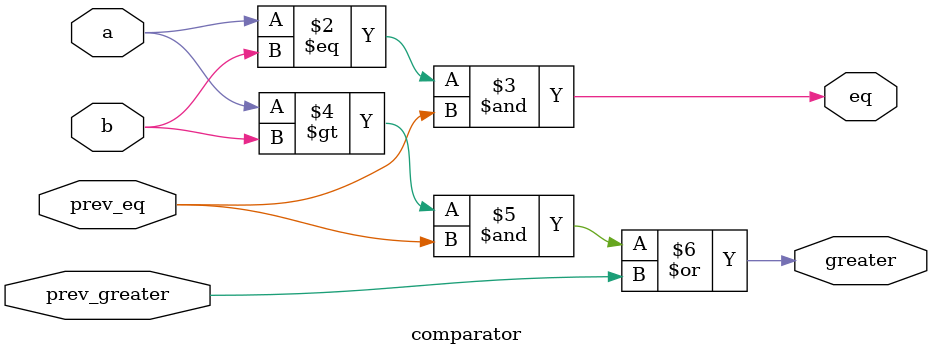
<source format=sv>

module comparator #(
    parameter N = 1
) (
    input  logic [N-1:0] a, b,
    input  logic         prev_eq, prev_greater,
    output logic         eq, greater,
);
    always_comb begin
        eq <= (a == b) & prev_eq;
        greater <= ((a > b) & prev_eq) | prev_greater;
    end

endmodule
</source>
